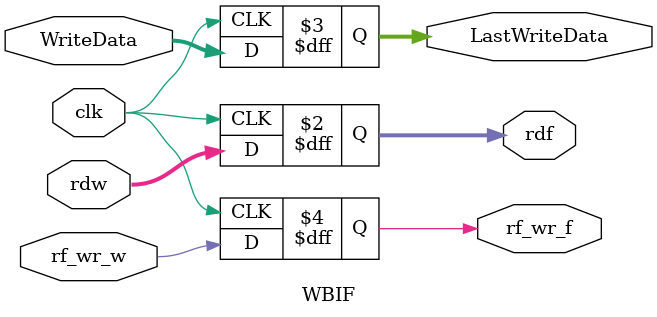
<source format=v>
`timescale 1ns / 1ps


module WBIF(
    input clk,
    input [4:0] rdw,
    input [31:0] WriteData,
    input rf_wr_w,
    output reg[4:0] rdf,
    output reg[31:0] LastWriteData,
    output reg rf_wr_f
    );
    always @(posedge clk) begin
        rdf <= rdw;
        LastWriteData <= WriteData;
        rf_wr_f <= rf_wr_w;
    end
endmodule

</source>
